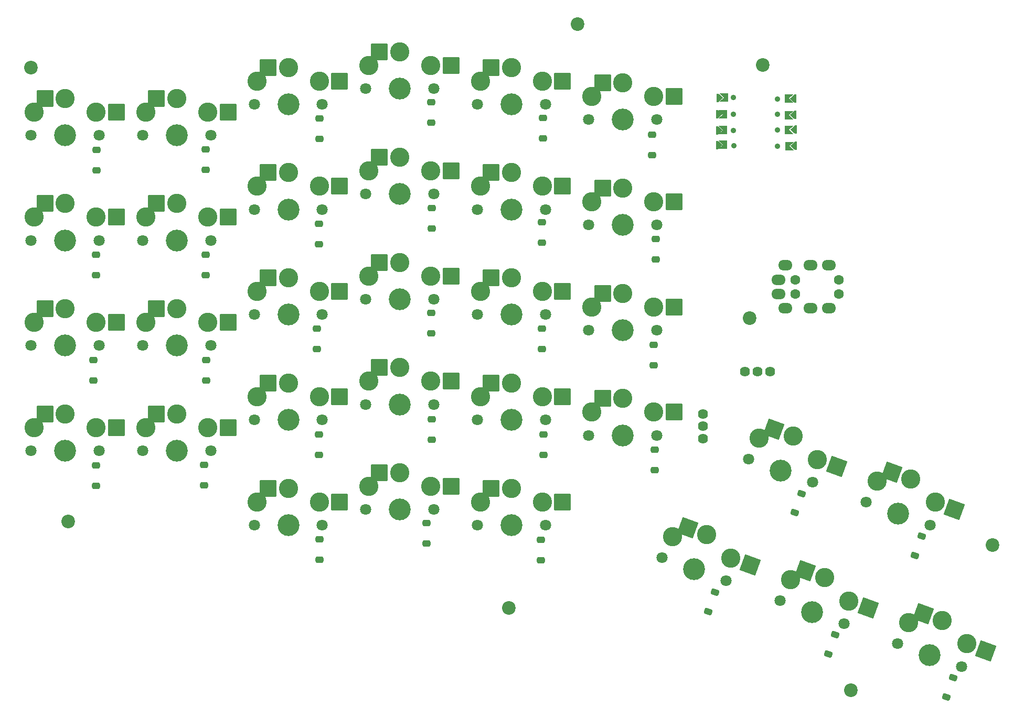
<source format=gbr>
%TF.GenerationSoftware,KiCad,Pcbnew,8.0.5*%
%TF.CreationDate,2024-12-08T15:46:30-07:00*%
%TF.ProjectId,Split V2,53706c69-7420-4563-922e-6b696361645f,rev?*%
%TF.SameCoordinates,Original*%
%TF.FileFunction,Soldermask,Bot*%
%TF.FilePolarity,Negative*%
%FSLAX46Y46*%
G04 Gerber Fmt 4.6, Leading zero omitted, Abs format (unit mm)*
G04 Created by KiCad (PCBNEW 8.0.5) date 2024-12-08 15:46:30*
%MOMM*%
%LPD*%
G01*
G04 APERTURE LIST*
G04 Aperture macros list*
%AMRoundRect*
0 Rectangle with rounded corners*
0 $1 Rounding radius*
0 $2 $3 $4 $5 $6 $7 $8 $9 X,Y pos of 4 corners*
0 Add a 4 corners polygon primitive as box body*
4,1,4,$2,$3,$4,$5,$6,$7,$8,$9,$2,$3,0*
0 Add four circle primitives for the rounded corners*
1,1,$1+$1,$2,$3*
1,1,$1+$1,$4,$5*
1,1,$1+$1,$6,$7*
1,1,$1+$1,$8,$9*
0 Add four rect primitives between the rounded corners*
20,1,$1+$1,$2,$3,$4,$5,0*
20,1,$1+$1,$4,$5,$6,$7,0*
20,1,$1+$1,$6,$7,$8,$9,0*
20,1,$1+$1,$8,$9,$2,$3,0*%
%AMFreePoly0*
4,1,16,0.304295,0.721920,0.319407,0.686762,0.319411,0.686243,0.323003,-0.563822,0.308460,-0.599220,0.273640,-0.613962,0.054755,-0.616751,0.020331,-0.603612,-0.670745,0.029887,-0.686911,0.064573,-0.673815,0.100531,-0.670243,0.104055,0.020833,0.720556,0.053455,0.733241,0.268748,0.736095,0.304295,0.721920,0.304295,0.721920,$1*%
%AMFreePoly1*
4,1,18,0.890521,0.257265,0.905166,0.221910,0.890521,0.186555,0.888953,0.185053,0.238633,-0.411084,0.888451,-0.990779,0.905085,-1.025243,0.892477,-1.061375,0.858013,-1.078009,0.855166,-1.078090,-0.394834,-1.078090,-0.430189,-1.063445,-0.444834,-1.028090,-0.444834,0.221910,-0.430189,0.257265,-0.394834,0.271910,0.855166,0.271910,0.890521,0.257265,0.890521,0.257265,$1*%
G04 Aperture macros list end*
%ADD10RoundRect,0.250000X0.400000X-0.250000X0.400000X0.250000X-0.400000X0.250000X-0.400000X-0.250000X0*%
%ADD11C,1.801800*%
%ADD12C,3.100000*%
%ADD13C,3.529000*%
%ADD14RoundRect,0.050000X-1.300000X-1.300000X1.300000X-1.300000X1.300000X1.300000X-1.300000X1.300000X0*%
%ADD15C,1.624000*%
%ADD16C,2.200000*%
%ADD17RoundRect,0.050000X-1.666227X-0.776974X0.776974X-1.666227X1.666227X0.776974X-0.776974X1.666227X0*%
%ADD18FreePoly0,180.000000*%
%ADD19FreePoly1,180.000000*%
%ADD20C,0.900000*%
%ADD21FreePoly1,0.000000*%
%ADD22FreePoly0,0.000000*%
%ADD23RoundRect,0.250000X0.290372X-0.371731X0.461382X0.098115X-0.290372X0.371731X-0.461382X-0.098115X0*%
%ADD24C,1.600000*%
%ADD25O,2.300000X1.700000*%
G04 APERTURE END LIST*
D10*
%TO.C,DX3\u002CY2*%
X132601803Y-93637266D03*
X132601803Y-90334201D03*
%TD*%
%TO.C,DX1\u002CY5*%
X186734423Y-130115582D03*
X186734423Y-126812517D03*
%TD*%
D11*
%TO.C,SWX1\u002CY0*%
X86110000Y-127040000D03*
D12*
X86610000Y-123290000D03*
X91610000Y-121090000D03*
D13*
X91610000Y-127040000D03*
D12*
X96610000Y-123290000D03*
D11*
X97110000Y-127040000D03*
D14*
X88335000Y-121090000D03*
X99885000Y-123290000D03*
%TD*%
D10*
%TO.C,DX3\u002CY3*%
X150762593Y-91090326D03*
X150762593Y-87787261D03*
%TD*%
D11*
%TO.C,SWX4\u002CY0*%
X86110000Y-76040000D03*
D12*
X86610000Y-72290000D03*
X91610000Y-70090000D03*
D13*
X91610000Y-76040000D03*
D12*
X96610000Y-72290000D03*
D11*
X97110000Y-76040000D03*
D14*
X88335000Y-70090000D03*
X99885000Y-72290000D03*
%TD*%
D15*
%TO.C,Joystick1*%
X194500629Y-125059163D03*
X205350629Y-114209163D03*
X194500629Y-123059163D03*
X203350629Y-114209163D03*
X194500629Y-121059163D03*
X201350629Y-114209163D03*
%TD*%
D16*
%TO.C,REF\u002A\u002A*%
X174342576Y-58074257D03*
%TD*%
D11*
%TO.C,SWX1\u002CY5*%
X176110000Y-124540000D03*
D12*
X176610000Y-120790000D03*
X181610000Y-118590000D03*
D13*
X181610000Y-124540000D03*
D12*
X186610000Y-120790000D03*
D11*
X187110000Y-124540000D03*
D14*
X178335000Y-118590000D03*
X189885000Y-120790000D03*
%TD*%
D11*
%TO.C,SWX1\u002CY4*%
X158110000Y-122040000D03*
D12*
X158610000Y-118290000D03*
X163610000Y-116090000D03*
D13*
X163610000Y-122040000D03*
D12*
X168610000Y-118290000D03*
D11*
X169110000Y-122040000D03*
D14*
X160335000Y-116090000D03*
X171885000Y-118290000D03*
%TD*%
D10*
%TO.C,DX2\u002CY2*%
X132211251Y-110614970D03*
X132211251Y-107311905D03*
%TD*%
D11*
%TO.C,SWX0\u002CY3*%
X187914140Y-144287073D03*
D12*
X189666561Y-140934236D03*
X195117469Y-140577013D03*
D13*
X193082449Y-146168184D03*
D12*
X199063488Y-144354437D03*
D11*
X198250758Y-148049295D03*
D17*
X192039976Y-139456897D03*
X202140981Y-145474553D03*
%TD*%
D10*
%TO.C,DX1\u002CY0*%
X96568428Y-132729939D03*
X96568428Y-129426874D03*
%TD*%
D11*
%TO.C,SWX3\u002CY1*%
X104110000Y-93040000D03*
D12*
X104610000Y-89290000D03*
X109610000Y-87090000D03*
D13*
X109610000Y-93040000D03*
D12*
X114610000Y-89290000D03*
D11*
X115110000Y-93040000D03*
D14*
X106335000Y-87090000D03*
X117885000Y-89290000D03*
%TD*%
D16*
%TO.C,REF\u002A\u002A*%
X204203785Y-64736757D03*
%TD*%
D10*
%TO.C,DX4\u002CY2*%
X132656338Y-76674524D03*
X132656338Y-73371459D03*
%TD*%
%TO.C,DX4\u002CY3*%
X150669480Y-74053760D03*
X150669480Y-70750695D03*
%TD*%
D18*
%TO.C,ProMicro1*%
X197105896Y-69934469D03*
D19*
X198194612Y-70398954D03*
D20*
X199486417Y-69986269D03*
D18*
X196994958Y-72611728D03*
D19*
X198050000Y-73086268D03*
D20*
X199450000Y-72636268D03*
D18*
X196994958Y-75161728D03*
D19*
X198050000Y-75636268D03*
D20*
X199450000Y-75286268D03*
D18*
X196994958Y-77611728D03*
D19*
X198050000Y-78036268D03*
D20*
X199500000Y-77736268D03*
X206550000Y-77786268D03*
D21*
X208250000Y-77386268D03*
D22*
X209355042Y-77860808D03*
D20*
X206550000Y-75236268D03*
D21*
X208150000Y-74736268D03*
D22*
X209355042Y-75210808D03*
D20*
X206550000Y-72636268D03*
D21*
X208196592Y-72382348D03*
D22*
X209297464Y-72810826D03*
D20*
X206550000Y-70186268D03*
D21*
X208196592Y-69732348D03*
D22*
X209305042Y-70210808D03*
%TD*%
D10*
%TO.C,DX3\u002CY4*%
X168517350Y-93415793D03*
X168517350Y-90112728D03*
%TD*%
D23*
%TO.C,DX0\u002CY5*%
X233832247Y-166812963D03*
X234961962Y-163709098D03*
%TD*%
D10*
%TO.C,DX1\u002CY1*%
X114009430Y-132619203D03*
X114009430Y-129316138D03*
%TD*%
D23*
%TO.C,DMR1*%
X228734339Y-143939382D03*
X229864054Y-140835517D03*
%TD*%
%TO.C,DX0\u002CY4*%
X214785564Y-159873474D03*
X215915279Y-156769609D03*
%TD*%
D10*
%TO.C,DX1\u002CY3*%
X150802734Y-125269304D03*
X150802734Y-121966239D03*
%TD*%
%TO.C,DX4\u002CY1*%
X114310987Y-81620756D03*
X114310987Y-78317691D03*
%TD*%
D11*
%TO.C,SWX3\u002CY2*%
X122110000Y-88040000D03*
D12*
X122610000Y-84290000D03*
X127610000Y-82090000D03*
D13*
X127610000Y-88040000D03*
D12*
X132610000Y-84290000D03*
D11*
X133110000Y-88040000D03*
D14*
X124335000Y-82090000D03*
X135885000Y-84290000D03*
%TD*%
D11*
%TO.C,SWX4\u002CY3*%
X140110000Y-68540000D03*
D12*
X140610000Y-64790000D03*
X145610000Y-62590000D03*
D13*
X145610000Y-68540000D03*
D12*
X150610000Y-64790000D03*
D11*
X151110000Y-68540000D03*
D14*
X142335000Y-62590000D03*
X153885000Y-64790000D03*
%TD*%
D10*
%TO.C,DX2\u002CY4*%
X168532832Y-110578058D03*
X168532832Y-107274993D03*
%TD*%
D11*
%TO.C,SWX2\u002CY2*%
X122110000Y-105040000D03*
D12*
X122610000Y-101290000D03*
X127610000Y-99090000D03*
D13*
X127610000Y-105040000D03*
D12*
X132610000Y-101290000D03*
D11*
X133110000Y-105040000D03*
D14*
X124335000Y-99090000D03*
X135885000Y-101290000D03*
%TD*%
D10*
%TO.C,DX4\u002CY5*%
X186326641Y-79258376D03*
X186326641Y-75955311D03*
%TD*%
D16*
%TO.C,REF\u002A\u002A*%
X218440000Y-165735000D03*
%TD*%
D11*
%TO.C,SWX0\u002CY0*%
X122110000Y-139040000D03*
D12*
X122610000Y-135290000D03*
X127610000Y-133090000D03*
D13*
X127610000Y-139040000D03*
D12*
X132610000Y-135290000D03*
D11*
X133110000Y-139040000D03*
D14*
X124335000Y-133090000D03*
X135885000Y-135290000D03*
%TD*%
D24*
%TO.C,J1*%
X216455848Y-99379405D03*
X209455848Y-99379405D03*
X216455848Y-101679405D03*
X209455848Y-101679405D03*
D25*
X206755848Y-99379405D03*
X206755848Y-101679405D03*
X207855848Y-97079405D03*
X207855848Y-103979405D03*
X211855848Y-97079405D03*
X211855848Y-103979405D03*
X214855848Y-97079405D03*
X214855848Y-103979405D03*
%TD*%
D10*
%TO.C,DX1\u002CY4*%
X168803195Y-127692443D03*
X168803195Y-124389378D03*
%TD*%
%TO.C,DX3\u002CY0*%
X96612432Y-98620409D03*
X96612432Y-95317344D03*
%TD*%
D11*
%TO.C,SWX3\u002CY4*%
X158110000Y-88040000D03*
D12*
X158610000Y-84290000D03*
X163610000Y-82090000D03*
D13*
X163610000Y-88040000D03*
D12*
X168610000Y-84290000D03*
D11*
X169110000Y-88040000D03*
D14*
X160335000Y-82090000D03*
X171885000Y-84290000D03*
%TD*%
D11*
%TO.C,SWX2\u002CY5*%
X176110000Y-107540000D03*
D12*
X176610000Y-103790000D03*
X181610000Y-101590000D03*
D13*
X181610000Y-107540000D03*
D12*
X186610000Y-103790000D03*
D11*
X187110000Y-107540000D03*
D14*
X178335000Y-101590000D03*
X189885000Y-103790000D03*
%TD*%
D10*
%TO.C,DX3\u002CY1*%
X114256452Y-98657322D03*
X114256452Y-95354257D03*
%TD*%
D11*
%TO.C,SWX2\u002CY1*%
X104110000Y-110040000D03*
D12*
X104610000Y-106290000D03*
X109610000Y-104090000D03*
D13*
X109610000Y-110040000D03*
D12*
X114610000Y-106290000D03*
D11*
X115110000Y-110040000D03*
D14*
X106335000Y-104090000D03*
X117885000Y-106290000D03*
%TD*%
D23*
%TO.C,DX0\u002CY3*%
X195396121Y-152970805D03*
X196525836Y-149866940D03*
%TD*%
D11*
%TO.C,SWX1\u002CY3*%
X140110000Y-119540000D03*
D12*
X140610000Y-115790000D03*
X145610000Y-113590000D03*
D13*
X145610000Y-119540000D03*
D12*
X150610000Y-115790000D03*
D11*
X151110000Y-119540000D03*
D14*
X142335000Y-113590000D03*
X153885000Y-115790000D03*
%TD*%
D16*
%TO.C,REF\u002A\u002A*%
X163195000Y-152400000D03*
%TD*%
D10*
%TO.C,DX0\u002CY2*%
X168381064Y-144689484D03*
X168381064Y-141386419D03*
%TD*%
D11*
%TO.C,SWX2\u002CY4*%
X158110000Y-105040000D03*
D12*
X158610000Y-101290000D03*
X163610000Y-99090000D03*
D13*
X163610000Y-105040000D03*
D12*
X168610000Y-101290000D03*
D11*
X169110000Y-105040000D03*
D14*
X160335000Y-99090000D03*
X171885000Y-101290000D03*
%TD*%
D11*
%TO.C,SWX1\u002CY2*%
X122110000Y-122040000D03*
D12*
X122610000Y-118290000D03*
X127610000Y-116090000D03*
D13*
X127610000Y-122040000D03*
D12*
X132610000Y-118290000D03*
D11*
X133110000Y-122040000D03*
D14*
X124335000Y-116090000D03*
X135885000Y-118290000D03*
%TD*%
D16*
%TO.C,REF\u002A\u002A*%
X202046541Y-105604357D03*
%TD*%
D10*
%TO.C,DX3\u002CY5*%
X186899613Y-96147294D03*
X186899613Y-92844229D03*
%TD*%
%TO.C,DX4\u002CY0*%
X96703880Y-81694580D03*
X96703880Y-78391515D03*
%TD*%
D11*
%TO.C,SWML1*%
X201862915Y-128352981D03*
D12*
X203615336Y-125000144D03*
X209066244Y-124642921D03*
D13*
X207031224Y-130234092D03*
D12*
X213012263Y-128420345D03*
D11*
X212199533Y-132115203D03*
D17*
X205988751Y-123522805D03*
X216089756Y-129540461D03*
%TD*%
D11*
%TO.C,SWX0\u002CY1*%
X140110000Y-136540000D03*
D12*
X140610000Y-132790000D03*
X145610000Y-130590000D03*
D13*
X145610000Y-136540000D03*
D12*
X150610000Y-132790000D03*
D11*
X151110000Y-136540000D03*
D14*
X142335000Y-130590000D03*
X153885000Y-132790000D03*
%TD*%
D23*
%TO.C,DML1*%
X209344896Y-137036713D03*
X210474611Y-133932848D03*
%TD*%
D11*
%TO.C,SWX4\u002CY4*%
X158110000Y-71040000D03*
D12*
X158610000Y-67290000D03*
X163610000Y-65090000D03*
D13*
X163610000Y-71040000D03*
D12*
X168610000Y-67290000D03*
D11*
X169110000Y-71040000D03*
D14*
X160335000Y-65090000D03*
X171885000Y-67290000D03*
%TD*%
D17*
%TO.C,SWX0\u002CY4*%
X221169757Y-152400461D03*
X211068752Y-146382805D03*
D11*
X217279534Y-154975203D03*
D12*
X218092264Y-151280345D03*
D13*
X212111225Y-153094092D03*
D12*
X214146245Y-147502921D03*
X208695337Y-147860144D03*
D11*
X206942916Y-151212981D03*
%TD*%
%TO.C,SWX2\u002CY3*%
X140110000Y-102540000D03*
D12*
X140610000Y-98790000D03*
X145610000Y-96590000D03*
D13*
X145610000Y-102540000D03*
D12*
X150610000Y-98790000D03*
D11*
X151110000Y-102540000D03*
D14*
X142335000Y-96590000D03*
X153885000Y-98790000D03*
%TD*%
D11*
%TO.C,SWX3\u002CY3*%
X140110000Y-85540000D03*
D12*
X140610000Y-81790000D03*
X145610000Y-79590000D03*
D13*
X145610000Y-85540000D03*
D12*
X150610000Y-81790000D03*
D11*
X151110000Y-85540000D03*
D14*
X142335000Y-79590000D03*
X153885000Y-81790000D03*
%TD*%
D11*
%TO.C,SWX0\u002CY2*%
X158110000Y-139040000D03*
D12*
X158610000Y-135290000D03*
X163610000Y-133090000D03*
D13*
X163610000Y-139040000D03*
D12*
X168610000Y-135290000D03*
D11*
X169110000Y-139040000D03*
D14*
X160335000Y-133090000D03*
X171885000Y-135290000D03*
%TD*%
D11*
%TO.C,SWX1\u002CY1*%
X104110000Y-127040000D03*
D12*
X104610000Y-123290000D03*
X109610000Y-121090000D03*
D13*
X109610000Y-127040000D03*
D12*
X114610000Y-123290000D03*
D11*
X115110000Y-127040000D03*
D14*
X106335000Y-121090000D03*
X117885000Y-123290000D03*
%TD*%
D10*
%TO.C,DX1\u002CY2*%
X132525342Y-127692443D03*
X132525342Y-124389378D03*
%TD*%
D11*
%TO.C,SWX4\u002CY5*%
X176110000Y-73540000D03*
D12*
X176610000Y-69790000D03*
X181610000Y-67590000D03*
D13*
X181610000Y-73540000D03*
D12*
X186610000Y-69790000D03*
D11*
X187110000Y-73540000D03*
D14*
X178335000Y-67590000D03*
X189885000Y-69790000D03*
%TD*%
D16*
%TO.C,REF\u002A\u002A*%
X241300000Y-142240000D03*
%TD*%
D10*
%TO.C,DX2\u002CY0*%
X96184969Y-115635026D03*
X96184969Y-112331961D03*
%TD*%
D11*
%TO.C,SWX3\u002CY0*%
X86110000Y-93040000D03*
D12*
X86610000Y-89290000D03*
X91610000Y-87090000D03*
D13*
X91610000Y-93040000D03*
D12*
X96610000Y-89290000D03*
D11*
X97110000Y-93040000D03*
D14*
X88335000Y-87090000D03*
X99885000Y-89290000D03*
%TD*%
D10*
%TO.C,DX2\u002CY5*%
X186582733Y-113254267D03*
X186582733Y-109951202D03*
%TD*%
D16*
%TO.C,REF\u002A\u002A*%
X86119409Y-65103368D03*
%TD*%
%TO.C,REF\u002A\u002A*%
X92075000Y-138430000D03*
%TD*%
D10*
%TO.C,DX2\u002CY1*%
X114382671Y-115671938D03*
X114382671Y-112368873D03*
%TD*%
D11*
%TO.C,SWX4\u002CY1*%
X104110000Y-76040000D03*
D12*
X104610000Y-72290000D03*
X109610000Y-70090000D03*
D13*
X109610000Y-76040000D03*
D12*
X114610000Y-72290000D03*
D11*
X115110000Y-76040000D03*
D14*
X106335000Y-70090000D03*
X117885000Y-72290000D03*
%TD*%
D10*
%TO.C,DX0\u002CY0*%
X132668535Y-144634116D03*
X132668535Y-141331051D03*
%TD*%
D11*
%TO.C,SWX3\u002CY5*%
X176110000Y-90540000D03*
D12*
X176610000Y-86790000D03*
X181610000Y-84590000D03*
D13*
X181610000Y-90540000D03*
D12*
X186610000Y-86790000D03*
D11*
X187110000Y-90540000D03*
D14*
X178335000Y-84590000D03*
X189885000Y-86790000D03*
%TD*%
D10*
%TO.C,DX2\u002CY3*%
X150704251Y-108056691D03*
X150704251Y-104753626D03*
%TD*%
D11*
%TO.C,SWX2\u002CY0*%
X86110000Y-110040000D03*
D12*
X86610000Y-106290000D03*
X91610000Y-104090000D03*
D13*
X91610000Y-110040000D03*
D12*
X96610000Y-106290000D03*
D11*
X97110000Y-110040000D03*
D14*
X88335000Y-104090000D03*
X99885000Y-106290000D03*
%TD*%
D10*
%TO.C,DX4\u002CY4*%
X168719533Y-76563788D03*
X168719533Y-73260723D03*
%TD*%
%TO.C,DX0\u002CY1*%
X149943433Y-141976439D03*
X149943433Y-138673374D03*
%TD*%
D11*
%TO.C,SWX4\u002CY2*%
X122110000Y-71040000D03*
D12*
X122610000Y-67290000D03*
X127610000Y-65090000D03*
D13*
X127610000Y-71040000D03*
D12*
X132610000Y-67290000D03*
D11*
X133110000Y-71040000D03*
D14*
X124335000Y-65090000D03*
X135885000Y-67290000D03*
%TD*%
D11*
%TO.C,SWX0\u002CY5*%
X225971691Y-158138889D03*
D12*
X227724112Y-154786052D03*
X233175020Y-154428829D03*
D13*
X231140000Y-160020000D03*
D12*
X237121039Y-158206253D03*
D11*
X236308309Y-161901111D03*
D17*
X230097527Y-153308713D03*
X240198532Y-159326369D03*
%TD*%
D11*
%TO.C,SWMR1*%
X220891691Y-135278889D03*
D12*
X222644112Y-131926052D03*
X228095020Y-131568829D03*
D13*
X226060000Y-137160000D03*
D12*
X232041039Y-135346253D03*
D11*
X231228309Y-139041111D03*
D17*
X225017527Y-130448713D03*
X235118532Y-136466369D03*
%TD*%
M02*

</source>
